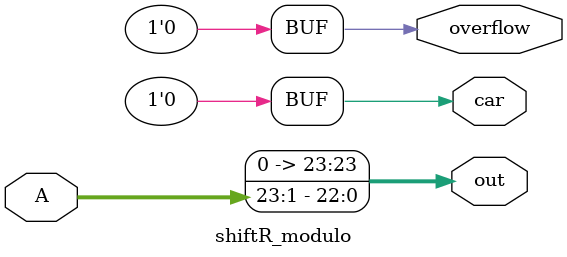
<source format=sv>
module shiftR_modulo #(parameter n = 24) (input logic[n-1:0] A, 
												  output logic [n-1:0] out,
												  output bit overflow,
												  output bit car);
	assign car = 0;
	assign overflow = 0;
	always_comb  begin
		out = A >> 1;
	end
endmodule

</source>
